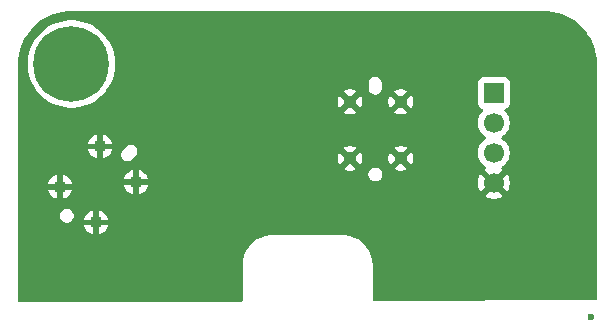
<source format=gbr>
%TF.GenerationSoftware,KiCad,Pcbnew,9.0.6*%
%TF.CreationDate,2025-11-25T22:26:26+08:00*%
%TF.ProjectId,gerber,67657262-6572-42e6-9b69-6361645f7063,rev?*%
%TF.SameCoordinates,Original*%
%TF.FileFunction,Copper,L2,Bot*%
%TF.FilePolarity,Positive*%
%FSLAX46Y46*%
G04 Gerber Fmt 4.6, Leading zero omitted, Abs format (unit mm)*
G04 Created by KiCad (PCBNEW 9.0.6) date 2025-11-25 22:26:26*
%MOMM*%
%LPD*%
G01*
G04 APERTURE LIST*
%TA.AperFunction,ComponentPad*%
%ADD10R,1.700000X1.700000*%
%TD*%
%TA.AperFunction,ComponentPad*%
%ADD11C,1.700000*%
%TD*%
%TA.AperFunction,HeatsinkPad*%
%ADD12C,1.100000*%
%TD*%
%TA.AperFunction,ComponentPad*%
%ADD13C,6.400000*%
%TD*%
%TA.AperFunction,ViaPad*%
%ADD14C,0.600000*%
%TD*%
G04 APERTURE END LIST*
D10*
%TO.P,J2,1,Pin_1*%
%TO.N,unconnected-(J2-Pin_1-Pad1)*%
X140770000Y-107440000D03*
D11*
%TO.P,J2,2,Pin_2*%
%TO.N,Net-(J2-Pin_2)*%
X140770000Y-109980000D03*
%TO.P,J2,3,Pin_3*%
%TO.N,Net-(J2-Pin_3)*%
X140770000Y-112520000D03*
%TO.P,J2,4,Pin_4*%
%TO.N,GND*%
X140770000Y-115060000D03*
%TD*%
D12*
%TO.P,J1,S1,SHIELD*%
%TO.N,GND*%
X128590000Y-113000000D03*
X132890000Y-113000000D03*
X128590000Y-108200000D03*
X132890000Y-108200000D03*
%TD*%
%TO.P,J3,S1,SHIELD*%
%TO.N,GND*%
X104042664Y-115376777D03*
X107083223Y-118417336D03*
X107436777Y-111982664D03*
X110477336Y-115023223D03*
%TD*%
D13*
%TO.P,H2,1,1*%
%TO.N,unconnected-(H2-Pad1)*%
X105000000Y-105000000D03*
%TD*%
D14*
%TO.N,*%
X149010000Y-126390000D03*
%TO.N,GND*%
X148980000Y-123810000D03*
%TD*%
%TA.AperFunction,Conductor*%
%TO.N,GND*%
G36*
X145002702Y-100500617D02*
G01*
X145386771Y-100517386D01*
X145397506Y-100518326D01*
X145775971Y-100568152D01*
X145786597Y-100570025D01*
X146159284Y-100652648D01*
X146169710Y-100655442D01*
X146533765Y-100770227D01*
X146543911Y-100773920D01*
X146896578Y-100920000D01*
X146906369Y-100924566D01*
X147244942Y-101100816D01*
X147254310Y-101106224D01*
X147576244Y-101311318D01*
X147585105Y-101317523D01*
X147887930Y-101549889D01*
X147896217Y-101556843D01*
X148177635Y-101814715D01*
X148185284Y-101822364D01*
X148443156Y-102103782D01*
X148450110Y-102112069D01*
X148682476Y-102414894D01*
X148688681Y-102423755D01*
X148893775Y-102745689D01*
X148899183Y-102755057D01*
X149075430Y-103093623D01*
X149080002Y-103103427D01*
X149226075Y-103456078D01*
X149229775Y-103466244D01*
X149344554Y-103830278D01*
X149347354Y-103840727D01*
X149429971Y-104213389D01*
X149431849Y-104224042D01*
X149481671Y-104602473D01*
X149482614Y-104613249D01*
X149499382Y-104997297D01*
X149499500Y-105002706D01*
X149499500Y-124891874D01*
X149479815Y-124958913D01*
X149427011Y-125004668D01*
X149375895Y-125015873D01*
X130624895Y-125075612D01*
X130557793Y-125056141D01*
X130511870Y-125003484D01*
X130500500Y-124951613D01*
X130500500Y-121848745D01*
X130492235Y-121780680D01*
X130464037Y-121548449D01*
X130391643Y-121254734D01*
X130391642Y-121254731D01*
X130391641Y-121254727D01*
X130284371Y-120971882D01*
X130143793Y-120704035D01*
X130143787Y-120704026D01*
X129971952Y-120455078D01*
X129971947Y-120455072D01*
X129771353Y-120228648D01*
X129771351Y-120228646D01*
X129544927Y-120028052D01*
X129544921Y-120028047D01*
X129295973Y-119856212D01*
X129295964Y-119856206D01*
X129028117Y-119715628D01*
X128745272Y-119608358D01*
X128629820Y-119579902D01*
X128451551Y-119535963D01*
X128271371Y-119514085D01*
X128151254Y-119499500D01*
X128151252Y-119499500D01*
X128065892Y-119499500D01*
X122065892Y-119499500D01*
X122000000Y-119499500D01*
X121848748Y-119499500D01*
X121848746Y-119499500D01*
X121698598Y-119517731D01*
X121548449Y-119535963D01*
X121429602Y-119565255D01*
X121254727Y-119608358D01*
X120971882Y-119715628D01*
X120704035Y-119856206D01*
X120704026Y-119856212D01*
X120455078Y-120028047D01*
X120455072Y-120028052D01*
X120228648Y-120228646D01*
X120228646Y-120228648D01*
X120028052Y-120455072D01*
X120028047Y-120455078D01*
X119856212Y-120704026D01*
X119856206Y-120704035D01*
X119715628Y-120971882D01*
X119608358Y-121254727D01*
X119578200Y-121377085D01*
X119535963Y-121548449D01*
X119521377Y-121668568D01*
X119499500Y-121848745D01*
X119499500Y-124987452D01*
X119479815Y-125054491D01*
X119427011Y-125100246D01*
X119375895Y-125111451D01*
X100624895Y-125171190D01*
X100557793Y-125151719D01*
X100511870Y-125099062D01*
X100500500Y-125047191D01*
X100500500Y-118667336D01*
X106062380Y-118667336D01*
X106073573Y-118723610D01*
X106073574Y-118723612D01*
X106152723Y-118914694D01*
X106152728Y-118914704D01*
X106267633Y-119086671D01*
X106267636Y-119086675D01*
X106413883Y-119232922D01*
X106413887Y-119232925D01*
X106585854Y-119347830D01*
X106585864Y-119347835D01*
X106776946Y-119426984D01*
X106776948Y-119426985D01*
X106833223Y-119438178D01*
X107333223Y-119438178D01*
X107389497Y-119426985D01*
X107389499Y-119426984D01*
X107580581Y-119347835D01*
X107580591Y-119347830D01*
X107752558Y-119232925D01*
X107752562Y-119232922D01*
X107898809Y-119086675D01*
X107898812Y-119086671D01*
X108013717Y-118914704D01*
X108013722Y-118914694D01*
X108092871Y-118723612D01*
X108092872Y-118723610D01*
X108104066Y-118667336D01*
X107333223Y-118667336D01*
X107333223Y-119438178D01*
X106833223Y-119438178D01*
X106833223Y-118667336D01*
X106062380Y-118667336D01*
X100500500Y-118667336D01*
X100500500Y-117775226D01*
X104027850Y-117775226D01*
X104027850Y-117928074D01*
X104067410Y-118075715D01*
X104143834Y-118208085D01*
X104251915Y-118316166D01*
X104384285Y-118392590D01*
X104531926Y-118432150D01*
X104531928Y-118432150D01*
X104684772Y-118432150D01*
X104684774Y-118432150D01*
X104832415Y-118392590D01*
X104869363Y-118371258D01*
X106733223Y-118371258D01*
X106733223Y-118463414D01*
X106757075Y-118552431D01*
X106803153Y-118632241D01*
X106868318Y-118697406D01*
X106948128Y-118743484D01*
X107037145Y-118767336D01*
X107129301Y-118767336D01*
X107218318Y-118743484D01*
X107298128Y-118697406D01*
X107363293Y-118632241D01*
X107409371Y-118552431D01*
X107433223Y-118463414D01*
X107433223Y-118371258D01*
X107409371Y-118282241D01*
X107363293Y-118202431D01*
X107328198Y-118167336D01*
X107333223Y-118167336D01*
X108104066Y-118167336D01*
X108092872Y-118111061D01*
X108092871Y-118111059D01*
X108013722Y-117919977D01*
X108013717Y-117919967D01*
X107898812Y-117748000D01*
X107898809Y-117747996D01*
X107752562Y-117601749D01*
X107752558Y-117601746D01*
X107580591Y-117486841D01*
X107580581Y-117486836D01*
X107389495Y-117407685D01*
X107389490Y-117407683D01*
X107333223Y-117396491D01*
X107333223Y-118167336D01*
X107328198Y-118167336D01*
X107298128Y-118137266D01*
X107218318Y-118091188D01*
X107129301Y-118067336D01*
X107037145Y-118067336D01*
X106948128Y-118091188D01*
X106868318Y-118137266D01*
X106803153Y-118202431D01*
X106757075Y-118282241D01*
X106733223Y-118371258D01*
X104869363Y-118371258D01*
X104964785Y-118316166D01*
X105072866Y-118208085D01*
X105096392Y-118167336D01*
X106062380Y-118167336D01*
X106833223Y-118167336D01*
X106833223Y-117396492D01*
X106833222Y-117396491D01*
X106776955Y-117407683D01*
X106776950Y-117407685D01*
X106585864Y-117486836D01*
X106585854Y-117486841D01*
X106413887Y-117601746D01*
X106413883Y-117601749D01*
X106267636Y-117747996D01*
X106267633Y-117748000D01*
X106152728Y-117919967D01*
X106152723Y-117919977D01*
X106073574Y-118111059D01*
X106073573Y-118111061D01*
X106062380Y-118167336D01*
X105096392Y-118167336D01*
X105149290Y-118075715D01*
X105188850Y-117928074D01*
X105188850Y-117775226D01*
X105149290Y-117627585D01*
X105072866Y-117495215D01*
X104964785Y-117387134D01*
X104832415Y-117310710D01*
X104684774Y-117271150D01*
X104531926Y-117271150D01*
X104384285Y-117310710D01*
X104384282Y-117310711D01*
X104251918Y-117387132D01*
X104251912Y-117387136D01*
X104143836Y-117495212D01*
X104143832Y-117495218D01*
X104067411Y-117627582D01*
X104067410Y-117627585D01*
X104027850Y-117775226D01*
X100500500Y-117775226D01*
X100500500Y-115626777D01*
X103021821Y-115626777D01*
X103033014Y-115683051D01*
X103033015Y-115683053D01*
X103112164Y-115874135D01*
X103112169Y-115874145D01*
X103227074Y-116046112D01*
X103227077Y-116046116D01*
X103373324Y-116192363D01*
X103373328Y-116192366D01*
X103545295Y-116307271D01*
X103545305Y-116307276D01*
X103736387Y-116386425D01*
X103736389Y-116386426D01*
X103792664Y-116397619D01*
X104292664Y-116397619D01*
X104348938Y-116386426D01*
X104348940Y-116386425D01*
X104540022Y-116307276D01*
X104540032Y-116307271D01*
X104711999Y-116192366D01*
X104712003Y-116192363D01*
X104858250Y-116046116D01*
X104858253Y-116046112D01*
X104973158Y-115874145D01*
X104973163Y-115874135D01*
X105052312Y-115683053D01*
X105052313Y-115683051D01*
X105063507Y-115626777D01*
X104292664Y-115626777D01*
X104292664Y-116397619D01*
X103792664Y-116397619D01*
X103792664Y-115626777D01*
X103021821Y-115626777D01*
X100500500Y-115626777D01*
X100500500Y-115330699D01*
X103692664Y-115330699D01*
X103692664Y-115422855D01*
X103716516Y-115511872D01*
X103762594Y-115591682D01*
X103827759Y-115656847D01*
X103907569Y-115702925D01*
X103996586Y-115726777D01*
X104088742Y-115726777D01*
X104177759Y-115702925D01*
X104257569Y-115656847D01*
X104322734Y-115591682D01*
X104368812Y-115511872D01*
X104392664Y-115422855D01*
X104392664Y-115330699D01*
X104377263Y-115273223D01*
X109456493Y-115273223D01*
X109467686Y-115329497D01*
X109467687Y-115329499D01*
X109546836Y-115520581D01*
X109546841Y-115520591D01*
X109661746Y-115692558D01*
X109661749Y-115692562D01*
X109807996Y-115838809D01*
X109808000Y-115838812D01*
X109979967Y-115953717D01*
X109979977Y-115953722D01*
X110171059Y-116032871D01*
X110171061Y-116032872D01*
X110227336Y-116044065D01*
X110727336Y-116044065D01*
X110783610Y-116032872D01*
X110783612Y-116032871D01*
X110830501Y-116013450D01*
X110974694Y-115953722D01*
X110974704Y-115953717D01*
X111146671Y-115838812D01*
X111146675Y-115838809D01*
X111292922Y-115692562D01*
X111292925Y-115692558D01*
X111407830Y-115520591D01*
X111407835Y-115520581D01*
X111486984Y-115329499D01*
X111486985Y-115329497D01*
X111498179Y-115273223D01*
X110727336Y-115273223D01*
X110727336Y-116044065D01*
X110227336Y-116044065D01*
X110227336Y-115273223D01*
X109456493Y-115273223D01*
X104377263Y-115273223D01*
X104368812Y-115241682D01*
X104322734Y-115161872D01*
X104287639Y-115126777D01*
X104292664Y-115126777D01*
X105063506Y-115126777D01*
X105052313Y-115070502D01*
X105052312Y-115070500D01*
X105013643Y-114977145D01*
X110127336Y-114977145D01*
X110127336Y-115069301D01*
X110151188Y-115158318D01*
X110197266Y-115238128D01*
X110262431Y-115303293D01*
X110342241Y-115349371D01*
X110431258Y-115373223D01*
X110523414Y-115373223D01*
X110612431Y-115349371D01*
X110692241Y-115303293D01*
X110757406Y-115238128D01*
X110803484Y-115158318D01*
X110827336Y-115069301D01*
X110827336Y-114977145D01*
X110803484Y-114888128D01*
X110757406Y-114808318D01*
X110722311Y-114773223D01*
X110727336Y-114773223D01*
X111498179Y-114773223D01*
X111486985Y-114716948D01*
X111486984Y-114716946D01*
X111407835Y-114525864D01*
X111407830Y-114525854D01*
X111292925Y-114353887D01*
X111292922Y-114353883D01*
X111212615Y-114273576D01*
X130159500Y-114273576D01*
X130159500Y-114426424D01*
X130199060Y-114574065D01*
X130275484Y-114706435D01*
X130383565Y-114814516D01*
X130515935Y-114890940D01*
X130663576Y-114930500D01*
X130663578Y-114930500D01*
X130816422Y-114930500D01*
X130816424Y-114930500D01*
X130964065Y-114890940D01*
X131096435Y-114814516D01*
X131204516Y-114706435D01*
X131280940Y-114574065D01*
X131320500Y-114426424D01*
X131320500Y-114273576D01*
X131280940Y-114125935D01*
X131204516Y-113993565D01*
X131109571Y-113898620D01*
X132344931Y-113898620D01*
X132344932Y-113898621D01*
X132392633Y-113930495D01*
X132392639Y-113930498D01*
X132583725Y-114009649D01*
X132583733Y-114009651D01*
X132786579Y-114049999D01*
X132786583Y-114050000D01*
X132993417Y-114050000D01*
X132993420Y-114049999D01*
X133196266Y-114009651D01*
X133196274Y-114009649D01*
X133387366Y-113930495D01*
X133435066Y-113898621D01*
X133435067Y-113898620D01*
X132890001Y-113353554D01*
X132890000Y-113353554D01*
X132344931Y-113898620D01*
X131109571Y-113898620D01*
X131096435Y-113885484D01*
X130964065Y-113809060D01*
X130816424Y-113769500D01*
X130663576Y-113769500D01*
X130515935Y-113809060D01*
X130515932Y-113809061D01*
X130383568Y-113885482D01*
X130383562Y-113885486D01*
X130275486Y-113993562D01*
X130275482Y-113993568D01*
X130199061Y-114125932D01*
X130199060Y-114125935D01*
X130159500Y-114273576D01*
X111212615Y-114273576D01*
X111146675Y-114207636D01*
X111146671Y-114207633D01*
X110974704Y-114092728D01*
X110974694Y-114092723D01*
X110783608Y-114013572D01*
X110783603Y-114013570D01*
X110727336Y-114002378D01*
X110727336Y-114773223D01*
X110722311Y-114773223D01*
X110692241Y-114743153D01*
X110612431Y-114697075D01*
X110523414Y-114673223D01*
X110431258Y-114673223D01*
X110342241Y-114697075D01*
X110262431Y-114743153D01*
X110197266Y-114808318D01*
X110151188Y-114888128D01*
X110127336Y-114977145D01*
X105013643Y-114977145D01*
X104973163Y-114879418D01*
X104973158Y-114879408D01*
X104970510Y-114875445D01*
X104902207Y-114773223D01*
X109456493Y-114773223D01*
X110227336Y-114773223D01*
X110227336Y-114002379D01*
X110227335Y-114002378D01*
X110171068Y-114013570D01*
X110171063Y-114013572D01*
X109979977Y-114092723D01*
X109979967Y-114092728D01*
X109808000Y-114207633D01*
X109807996Y-114207636D01*
X109661749Y-114353883D01*
X109661746Y-114353887D01*
X109546841Y-114525854D01*
X109546836Y-114525864D01*
X109467687Y-114716946D01*
X109467686Y-114716948D01*
X109456493Y-114773223D01*
X104902207Y-114773223D01*
X104858253Y-114707441D01*
X104858250Y-114707437D01*
X104712003Y-114561190D01*
X104711999Y-114561187D01*
X104540032Y-114446282D01*
X104540022Y-114446277D01*
X104348936Y-114367126D01*
X104348931Y-114367124D01*
X104292664Y-114355932D01*
X104292664Y-115126777D01*
X104287639Y-115126777D01*
X104257569Y-115096707D01*
X104177759Y-115050629D01*
X104088742Y-115026777D01*
X103996586Y-115026777D01*
X103907569Y-115050629D01*
X103827759Y-115096707D01*
X103762594Y-115161872D01*
X103716516Y-115241682D01*
X103692664Y-115330699D01*
X100500500Y-115330699D01*
X100500500Y-115126777D01*
X103021821Y-115126777D01*
X103792664Y-115126777D01*
X103792664Y-114355933D01*
X103792663Y-114355932D01*
X103736396Y-114367124D01*
X103736391Y-114367126D01*
X103545305Y-114446277D01*
X103545295Y-114446282D01*
X103373328Y-114561187D01*
X103373324Y-114561190D01*
X103227077Y-114707437D01*
X103227074Y-114707441D01*
X103112169Y-114879408D01*
X103112164Y-114879418D01*
X103033015Y-115070500D01*
X103033014Y-115070502D01*
X103021821Y-115126777D01*
X100500500Y-115126777D01*
X100500500Y-113898620D01*
X128044931Y-113898620D01*
X128044932Y-113898621D01*
X128092633Y-113930495D01*
X128092639Y-113930498D01*
X128283725Y-114009649D01*
X128283733Y-114009651D01*
X128486579Y-114049999D01*
X128486583Y-114050000D01*
X128693417Y-114050000D01*
X128693420Y-114049999D01*
X128896266Y-114009651D01*
X128896274Y-114009649D01*
X129087366Y-113930495D01*
X129135066Y-113898621D01*
X129135067Y-113898620D01*
X128590001Y-113353554D01*
X128590000Y-113353554D01*
X128044931Y-113898620D01*
X100500500Y-113898620D01*
X100500500Y-112232664D01*
X106415934Y-112232664D01*
X106427127Y-112288938D01*
X106427128Y-112288940D01*
X106506277Y-112480022D01*
X106506282Y-112480032D01*
X106621187Y-112651999D01*
X106621190Y-112652003D01*
X106767437Y-112798250D01*
X106767441Y-112798253D01*
X106939408Y-112913158D01*
X106939418Y-112913163D01*
X107130500Y-112992312D01*
X107130502Y-112992313D01*
X107186777Y-113003506D01*
X107686777Y-113003506D01*
X107743051Y-112992313D01*
X107743053Y-112992312D01*
X107934135Y-112913163D01*
X107934145Y-112913158D01*
X108106112Y-112798253D01*
X108106116Y-112798250D01*
X108252363Y-112652003D01*
X108252366Y-112651999D01*
X108269949Y-112625684D01*
X109222658Y-112625684D01*
X109222658Y-112768000D01*
X109257111Y-112896579D01*
X109259492Y-112905466D01*
X109259493Y-112905469D01*
X109330647Y-113028713D01*
X109330649Y-113028716D01*
X109330650Y-113028717D01*
X109431283Y-113129350D01*
X109431284Y-113129351D01*
X109431286Y-113129352D01*
X109492908Y-113164929D01*
X109554533Y-113200508D01*
X109692000Y-113237342D01*
X109692002Y-113237342D01*
X109834314Y-113237342D01*
X109834316Y-113237342D01*
X109971783Y-113200508D01*
X110095033Y-113129350D01*
X110327804Y-112896579D01*
X127540000Y-112896579D01*
X127540000Y-113103420D01*
X127580348Y-113306266D01*
X127580350Y-113306274D01*
X127659500Y-113497359D01*
X127691377Y-113545067D01*
X127691378Y-113545067D01*
X128236446Y-113000000D01*
X128190368Y-112953922D01*
X128240000Y-112953922D01*
X128240000Y-113046078D01*
X128263852Y-113135095D01*
X128309930Y-113214905D01*
X128375095Y-113280070D01*
X128454905Y-113326148D01*
X128543922Y-113350000D01*
X128636078Y-113350000D01*
X128725095Y-113326148D01*
X128804905Y-113280070D01*
X128870070Y-113214905D01*
X128916148Y-113135095D01*
X128940000Y-113046078D01*
X128940000Y-112999999D01*
X128943554Y-112999999D01*
X128943554Y-113000000D01*
X129488620Y-113545067D01*
X129488621Y-113545066D01*
X129520495Y-113497366D01*
X129599649Y-113306274D01*
X129599651Y-113306266D01*
X129639999Y-113103420D01*
X129640000Y-113103417D01*
X129640000Y-112896583D01*
X129639999Y-112896579D01*
X131840000Y-112896579D01*
X131840000Y-113103420D01*
X131880348Y-113306266D01*
X131880350Y-113306274D01*
X131959500Y-113497359D01*
X131991377Y-113545067D01*
X131991378Y-113545067D01*
X132536446Y-113000000D01*
X132490368Y-112953922D01*
X132540000Y-112953922D01*
X132540000Y-113046078D01*
X132563852Y-113135095D01*
X132609930Y-113214905D01*
X132675095Y-113280070D01*
X132754905Y-113326148D01*
X132843922Y-113350000D01*
X132936078Y-113350000D01*
X133025095Y-113326148D01*
X133104905Y-113280070D01*
X133170070Y-113214905D01*
X133216148Y-113135095D01*
X133240000Y-113046078D01*
X133240000Y-112999999D01*
X133243554Y-112999999D01*
X133243554Y-113000001D01*
X133788620Y-113545067D01*
X133788621Y-113545066D01*
X133820495Y-113497366D01*
X133899649Y-113306274D01*
X133899651Y-113306266D01*
X133939999Y-113103420D01*
X133940000Y-113103417D01*
X133940000Y-112896583D01*
X133939999Y-112896579D01*
X133899651Y-112693733D01*
X133899649Y-112693725D01*
X133820498Y-112502639D01*
X133820495Y-112502633D01*
X133788621Y-112454932D01*
X133788620Y-112454931D01*
X133243554Y-112999999D01*
X133240000Y-112999999D01*
X133240000Y-112953922D01*
X133216148Y-112864905D01*
X133170070Y-112785095D01*
X133104905Y-112719930D01*
X133025095Y-112673852D01*
X132936078Y-112650000D01*
X132843922Y-112650000D01*
X132754905Y-112673852D01*
X132675095Y-112719930D01*
X132609930Y-112785095D01*
X132563852Y-112864905D01*
X132540000Y-112953922D01*
X132490368Y-112953922D01*
X131991378Y-112454932D01*
X131991377Y-112454932D01*
X131959505Y-112502631D01*
X131959500Y-112502641D01*
X131880350Y-112693725D01*
X131880348Y-112693733D01*
X131840000Y-112896579D01*
X129639999Y-112896579D01*
X129599651Y-112693733D01*
X129599649Y-112693725D01*
X129520498Y-112502639D01*
X129520495Y-112502633D01*
X129488621Y-112454932D01*
X129488620Y-112454931D01*
X128943554Y-112999999D01*
X128940000Y-112999999D01*
X128940000Y-112953922D01*
X128916148Y-112864905D01*
X128870070Y-112785095D01*
X128804905Y-112719930D01*
X128725095Y-112673852D01*
X128636078Y-112650000D01*
X128543922Y-112650000D01*
X128454905Y-112673852D01*
X128375095Y-112719930D01*
X128309930Y-112785095D01*
X128263852Y-112864905D01*
X128240000Y-112953922D01*
X128190368Y-112953922D01*
X127691378Y-112454932D01*
X127691377Y-112454932D01*
X127659505Y-112502631D01*
X127659500Y-112502641D01*
X127580350Y-112693725D01*
X127580348Y-112693733D01*
X127540000Y-112896579D01*
X110327804Y-112896579D01*
X110492650Y-112731733D01*
X110563808Y-112608483D01*
X110600643Y-112471016D01*
X110600643Y-112328700D01*
X110563808Y-112191232D01*
X110521388Y-112117759D01*
X110511930Y-112101377D01*
X128044932Y-112101377D01*
X128044932Y-112101378D01*
X128590000Y-112646446D01*
X128590001Y-112646446D01*
X129135067Y-112101378D01*
X129135067Y-112101377D01*
X132344932Y-112101377D01*
X132344932Y-112101378D01*
X132890000Y-112646446D01*
X132890001Y-112646446D01*
X133435067Y-112101378D01*
X133435067Y-112101377D01*
X133387359Y-112069500D01*
X133196274Y-111990350D01*
X133196266Y-111990348D01*
X132993420Y-111950000D01*
X132786579Y-111950000D01*
X132583733Y-111990348D01*
X132583725Y-111990350D01*
X132392641Y-112069500D01*
X132392631Y-112069505D01*
X132344932Y-112101377D01*
X129135067Y-112101377D01*
X129087359Y-112069500D01*
X128896274Y-111990350D01*
X128896266Y-111990348D01*
X128693420Y-111950000D01*
X128486579Y-111950000D01*
X128283733Y-111990348D01*
X128283725Y-111990350D01*
X128092641Y-112069500D01*
X128092631Y-112069505D01*
X128044932Y-112101377D01*
X110511930Y-112101377D01*
X110492652Y-112067986D01*
X110492647Y-112067980D01*
X110392019Y-111967352D01*
X110392013Y-111967347D01*
X110268771Y-111896193D01*
X110268772Y-111896193D01*
X110257497Y-111893172D01*
X110131300Y-111859357D01*
X109988984Y-111859357D01*
X109920250Y-111877774D01*
X109851515Y-111896192D01*
X109851514Y-111896193D01*
X109728270Y-111967347D01*
X109728265Y-111967351D01*
X109330651Y-112364965D01*
X109330647Y-112364970D01*
X109259493Y-112488214D01*
X109259492Y-112488217D01*
X109222658Y-112625684D01*
X108269949Y-112625684D01*
X108321412Y-112548666D01*
X108367271Y-112480032D01*
X108367276Y-112480022D01*
X108446425Y-112288940D01*
X108446426Y-112288938D01*
X108457620Y-112232664D01*
X107686777Y-112232664D01*
X107686777Y-113003506D01*
X107186777Y-113003506D01*
X107186777Y-112232664D01*
X106415934Y-112232664D01*
X100500500Y-112232664D01*
X100500500Y-111936586D01*
X107086777Y-111936586D01*
X107086777Y-112028742D01*
X107110629Y-112117759D01*
X107156707Y-112197569D01*
X107221872Y-112262734D01*
X107301682Y-112308812D01*
X107390699Y-112332664D01*
X107482855Y-112332664D01*
X107571872Y-112308812D01*
X107651682Y-112262734D01*
X107716847Y-112197569D01*
X107762925Y-112117759D01*
X107786777Y-112028742D01*
X107786777Y-111936586D01*
X107762925Y-111847569D01*
X107716847Y-111767759D01*
X107681752Y-111732664D01*
X107686777Y-111732664D01*
X108457620Y-111732664D01*
X108446426Y-111676389D01*
X108446425Y-111676387D01*
X108367276Y-111485305D01*
X108367271Y-111485295D01*
X108252366Y-111313328D01*
X108252363Y-111313324D01*
X108106116Y-111167077D01*
X108106112Y-111167074D01*
X107934145Y-111052169D01*
X107934135Y-111052164D01*
X107743049Y-110973013D01*
X107743044Y-110973011D01*
X107686777Y-110961819D01*
X107686777Y-111732664D01*
X107681752Y-111732664D01*
X107651682Y-111702594D01*
X107571872Y-111656516D01*
X107482855Y-111632664D01*
X107390699Y-111632664D01*
X107301682Y-111656516D01*
X107221872Y-111702594D01*
X107156707Y-111767759D01*
X107110629Y-111847569D01*
X107086777Y-111936586D01*
X100500500Y-111936586D01*
X100500500Y-111732664D01*
X106415934Y-111732664D01*
X107186777Y-111732664D01*
X107186777Y-110961820D01*
X107186776Y-110961819D01*
X107130509Y-110973011D01*
X107130504Y-110973013D01*
X106939418Y-111052164D01*
X106939408Y-111052169D01*
X106767441Y-111167074D01*
X106767437Y-111167077D01*
X106621190Y-111313324D01*
X106621187Y-111313328D01*
X106506282Y-111485295D01*
X106506277Y-111485305D01*
X106427128Y-111676387D01*
X106427127Y-111676389D01*
X106415934Y-111732664D01*
X100500500Y-111732664D01*
X100500500Y-109098620D01*
X128044931Y-109098620D01*
X128044932Y-109098621D01*
X128092633Y-109130495D01*
X128092639Y-109130498D01*
X128283725Y-109209649D01*
X128283733Y-109209651D01*
X128486579Y-109249999D01*
X128486583Y-109250000D01*
X128693417Y-109250000D01*
X128693420Y-109249999D01*
X128896266Y-109209651D01*
X128896274Y-109209649D01*
X129087366Y-109130495D01*
X129135066Y-109098621D01*
X129135067Y-109098620D01*
X132344931Y-109098620D01*
X132344932Y-109098621D01*
X132392633Y-109130495D01*
X132392639Y-109130498D01*
X132583725Y-109209649D01*
X132583733Y-109209651D01*
X132786579Y-109249999D01*
X132786583Y-109250000D01*
X132993417Y-109250000D01*
X132993420Y-109249999D01*
X133196266Y-109209651D01*
X133196274Y-109209649D01*
X133387366Y-109130495D01*
X133435066Y-109098621D01*
X133435067Y-109098620D01*
X132890001Y-108553554D01*
X132890000Y-108553554D01*
X132344931Y-109098620D01*
X129135067Y-109098620D01*
X128590001Y-108553554D01*
X128590000Y-108553554D01*
X128044931Y-109098620D01*
X100500500Y-109098620D01*
X100500500Y-105002706D01*
X100500618Y-104997297D01*
X100508437Y-104818209D01*
X101299500Y-104818209D01*
X101299500Y-105181790D01*
X101335137Y-105543630D01*
X101406064Y-105900212D01*
X101406067Y-105900223D01*
X101511614Y-106248165D01*
X101650754Y-106584078D01*
X101650756Y-106584083D01*
X101822140Y-106904720D01*
X101822151Y-106904738D01*
X102024140Y-107207035D01*
X102024150Y-107207049D01*
X102254807Y-107488106D01*
X102511893Y-107745192D01*
X102511898Y-107745196D01*
X102511899Y-107745197D01*
X102792956Y-107975854D01*
X103095268Y-108177853D01*
X103095277Y-108177858D01*
X103095279Y-108177859D01*
X103415916Y-108349243D01*
X103415918Y-108349243D01*
X103415924Y-108349247D01*
X103751836Y-108488386D01*
X104099767Y-108593930D01*
X104099773Y-108593931D01*
X104099776Y-108593932D01*
X104099787Y-108593935D01*
X104456369Y-108664862D01*
X104818206Y-108700500D01*
X104818209Y-108700500D01*
X105181791Y-108700500D01*
X105181794Y-108700500D01*
X105543631Y-108664862D01*
X105630695Y-108647544D01*
X105900212Y-108593935D01*
X105900223Y-108593932D01*
X105900223Y-108593931D01*
X105900233Y-108593930D01*
X106248164Y-108488386D01*
X106584076Y-108349247D01*
X106904732Y-108177853D01*
X107026367Y-108096579D01*
X127540000Y-108096579D01*
X127540000Y-108303420D01*
X127580348Y-108506266D01*
X127580350Y-108506274D01*
X127659500Y-108697359D01*
X127691377Y-108745067D01*
X127691378Y-108745067D01*
X128236446Y-108200000D01*
X128190368Y-108153922D01*
X128240000Y-108153922D01*
X128240000Y-108246078D01*
X128263852Y-108335095D01*
X128309930Y-108414905D01*
X128375095Y-108480070D01*
X128454905Y-108526148D01*
X128543922Y-108550000D01*
X128636078Y-108550000D01*
X128725095Y-108526148D01*
X128804905Y-108480070D01*
X128870070Y-108414905D01*
X128916148Y-108335095D01*
X128940000Y-108246078D01*
X128940000Y-108199999D01*
X128943554Y-108199999D01*
X128943554Y-108200000D01*
X129488620Y-108745067D01*
X129488621Y-108745066D01*
X129520495Y-108697366D01*
X129599649Y-108506274D01*
X129599651Y-108506266D01*
X129639999Y-108303420D01*
X129640000Y-108303417D01*
X129640000Y-108096583D01*
X129639999Y-108096579D01*
X131840000Y-108096579D01*
X131840000Y-108303420D01*
X131880348Y-108506266D01*
X131880350Y-108506274D01*
X131959500Y-108697359D01*
X131991377Y-108745067D01*
X131991378Y-108745067D01*
X132536446Y-108200000D01*
X132490368Y-108153922D01*
X132540000Y-108153922D01*
X132540000Y-108246078D01*
X132563852Y-108335095D01*
X132609930Y-108414905D01*
X132675095Y-108480070D01*
X132754905Y-108526148D01*
X132843922Y-108550000D01*
X132936078Y-108550000D01*
X133025095Y-108526148D01*
X133104905Y-108480070D01*
X133170070Y-108414905D01*
X133216148Y-108335095D01*
X133240000Y-108246078D01*
X133240000Y-108199999D01*
X133243554Y-108199999D01*
X133243554Y-108200001D01*
X133788620Y-108745067D01*
X133788621Y-108745066D01*
X133820495Y-108697366D01*
X133899649Y-108506274D01*
X133899651Y-108506266D01*
X133939999Y-108303420D01*
X133940000Y-108303417D01*
X133940000Y-108096583D01*
X133939999Y-108096579D01*
X133899651Y-107893733D01*
X133899649Y-107893725D01*
X133820498Y-107702639D01*
X133820495Y-107702633D01*
X133788621Y-107654932D01*
X133788620Y-107654931D01*
X133243554Y-108199999D01*
X133240000Y-108199999D01*
X133240000Y-108153922D01*
X133216148Y-108064905D01*
X133170070Y-107985095D01*
X133104905Y-107919930D01*
X133025095Y-107873852D01*
X132936078Y-107850000D01*
X132843922Y-107850000D01*
X132754905Y-107873852D01*
X132675095Y-107919930D01*
X132609930Y-107985095D01*
X132563852Y-108064905D01*
X132540000Y-108153922D01*
X132490368Y-108153922D01*
X131991378Y-107654932D01*
X131991377Y-107654932D01*
X131959505Y-107702631D01*
X131959500Y-107702641D01*
X131880350Y-107893725D01*
X131880348Y-107893733D01*
X131840000Y-108096579D01*
X129639999Y-108096579D01*
X129599651Y-107893733D01*
X129599649Y-107893725D01*
X129520498Y-107702639D01*
X129520495Y-107702633D01*
X129488621Y-107654932D01*
X129488620Y-107654931D01*
X128943554Y-108199999D01*
X128940000Y-108199999D01*
X128940000Y-108153922D01*
X128916148Y-108064905D01*
X128870070Y-107985095D01*
X128804905Y-107919930D01*
X128725095Y-107873852D01*
X128636078Y-107850000D01*
X128543922Y-107850000D01*
X128454905Y-107873852D01*
X128375095Y-107919930D01*
X128309930Y-107985095D01*
X128263852Y-108064905D01*
X128240000Y-108153922D01*
X128190368Y-108153922D01*
X127691378Y-107654932D01*
X127691377Y-107654932D01*
X127659505Y-107702631D01*
X127659500Y-107702641D01*
X127580350Y-107893725D01*
X127580348Y-107893733D01*
X127540000Y-108096579D01*
X107026367Y-108096579D01*
X107207044Y-107975854D01*
X107488101Y-107745197D01*
X107745197Y-107488101D01*
X107898437Y-107301377D01*
X128044932Y-107301377D01*
X128044932Y-107301378D01*
X128590000Y-107846446D01*
X128590001Y-107846446D01*
X129135067Y-107301378D01*
X129135067Y-107301377D01*
X129087359Y-107269500D01*
X128896274Y-107190350D01*
X128896266Y-107190348D01*
X128693420Y-107150000D01*
X128486579Y-107150000D01*
X128283733Y-107190348D01*
X128283725Y-107190350D01*
X128092641Y-107269500D01*
X128092631Y-107269505D01*
X128044932Y-107301377D01*
X107898437Y-107301377D01*
X107975854Y-107207044D01*
X108177853Y-106904732D01*
X108349247Y-106584076D01*
X108355557Y-106568842D01*
X130199500Y-106568842D01*
X130199500Y-107131158D01*
X130219834Y-107207044D01*
X130236334Y-107268624D01*
X130236335Y-107268627D01*
X130307489Y-107391871D01*
X130307491Y-107391874D01*
X130307492Y-107391875D01*
X130408125Y-107492508D01*
X130531375Y-107563666D01*
X130668842Y-107600500D01*
X130668844Y-107600500D01*
X130811156Y-107600500D01*
X130811158Y-107600500D01*
X130948625Y-107563666D01*
X131071875Y-107492508D01*
X131172508Y-107391875D01*
X131224757Y-107301377D01*
X132344932Y-107301377D01*
X132344932Y-107301378D01*
X132890000Y-107846446D01*
X132890001Y-107846446D01*
X133435067Y-107301378D01*
X133435067Y-107301377D01*
X133387359Y-107269500D01*
X133196274Y-107190350D01*
X133196266Y-107190348D01*
X132993420Y-107150000D01*
X132786579Y-107150000D01*
X132583733Y-107190348D01*
X132583725Y-107190350D01*
X132392641Y-107269500D01*
X132392631Y-107269505D01*
X132344932Y-107301377D01*
X131224757Y-107301377D01*
X131243666Y-107268625D01*
X131280500Y-107131158D01*
X131280500Y-106568842D01*
X131273344Y-106542135D01*
X139419500Y-106542135D01*
X139419500Y-108337870D01*
X139419501Y-108337876D01*
X139425908Y-108397483D01*
X139476202Y-108532328D01*
X139476206Y-108532335D01*
X139562452Y-108647544D01*
X139562455Y-108647547D01*
X139677664Y-108733793D01*
X139677671Y-108733797D01*
X139809082Y-108782810D01*
X139865016Y-108824681D01*
X139889433Y-108890145D01*
X139874582Y-108958418D01*
X139853431Y-108986673D01*
X139739889Y-109100215D01*
X139614951Y-109272179D01*
X139518444Y-109461585D01*
X139452753Y-109663760D01*
X139419500Y-109873713D01*
X139419500Y-110086286D01*
X139452753Y-110296239D01*
X139518444Y-110498414D01*
X139614951Y-110687820D01*
X139739890Y-110859786D01*
X139890213Y-111010109D01*
X140062182Y-111135050D01*
X140070946Y-111139516D01*
X140121742Y-111187491D01*
X140138536Y-111255312D01*
X140115998Y-111321447D01*
X140070946Y-111360484D01*
X140062182Y-111364949D01*
X139890213Y-111489890D01*
X139739890Y-111640213D01*
X139614951Y-111812179D01*
X139518444Y-112001585D01*
X139452753Y-112203760D01*
X139432337Y-112332664D01*
X139419500Y-112413713D01*
X139419500Y-112626287D01*
X139452754Y-112836243D01*
X139515293Y-113028718D01*
X139518444Y-113038414D01*
X139614951Y-113227820D01*
X139739890Y-113399786D01*
X139890213Y-113550109D01*
X140062179Y-113675048D01*
X140062181Y-113675049D01*
X140062184Y-113675051D01*
X140071493Y-113679794D01*
X140122290Y-113727766D01*
X140139087Y-113795587D01*
X140116552Y-113861722D01*
X140071505Y-113900760D01*
X140062446Y-113905376D01*
X140062440Y-113905380D01*
X140008282Y-113944727D01*
X140008282Y-113944728D01*
X140640591Y-114577037D01*
X140577007Y-114594075D01*
X140462993Y-114659901D01*
X140369901Y-114752993D01*
X140304075Y-114867007D01*
X140287037Y-114930591D01*
X139654728Y-114298282D01*
X139654727Y-114298282D01*
X139615380Y-114352439D01*
X139518904Y-114541782D01*
X139453242Y-114743869D01*
X139453242Y-114743872D01*
X139420000Y-114953753D01*
X139420000Y-115166246D01*
X139453242Y-115376127D01*
X139453242Y-115376130D01*
X139518904Y-115578217D01*
X139615375Y-115767550D01*
X139654728Y-115821716D01*
X140287037Y-115189408D01*
X140304075Y-115252993D01*
X140369901Y-115367007D01*
X140462993Y-115460099D01*
X140577007Y-115525925D01*
X140640590Y-115542962D01*
X140008282Y-116175269D01*
X140008282Y-116175270D01*
X140062449Y-116214624D01*
X140251782Y-116311095D01*
X140453870Y-116376757D01*
X140663754Y-116410000D01*
X140876246Y-116410000D01*
X141086127Y-116376757D01*
X141086130Y-116376757D01*
X141288217Y-116311095D01*
X141477554Y-116214622D01*
X141531716Y-116175270D01*
X141531717Y-116175270D01*
X140899408Y-115542962D01*
X140962993Y-115525925D01*
X141077007Y-115460099D01*
X141170099Y-115367007D01*
X141235925Y-115252993D01*
X141252962Y-115189408D01*
X141885270Y-115821717D01*
X141885270Y-115821716D01*
X141924622Y-115767554D01*
X142021095Y-115578217D01*
X142086757Y-115376130D01*
X142086757Y-115376127D01*
X142120000Y-115166246D01*
X142120000Y-114953753D01*
X142086757Y-114743872D01*
X142086757Y-114743869D01*
X142021095Y-114541782D01*
X141924624Y-114352449D01*
X141885270Y-114298282D01*
X141885269Y-114298282D01*
X141252962Y-114930590D01*
X141235925Y-114867007D01*
X141170099Y-114752993D01*
X141077007Y-114659901D01*
X140962993Y-114594075D01*
X140899409Y-114577037D01*
X141531716Y-113944728D01*
X141477547Y-113905373D01*
X141477547Y-113905372D01*
X141468500Y-113900763D01*
X141417706Y-113852788D01*
X141400912Y-113784966D01*
X141423451Y-113718832D01*
X141468508Y-113679793D01*
X141477816Y-113675051D01*
X141557007Y-113617515D01*
X141649786Y-113550109D01*
X141649788Y-113550106D01*
X141649792Y-113550104D01*
X141800104Y-113399792D01*
X141800106Y-113399788D01*
X141800109Y-113399786D01*
X141925048Y-113227820D01*
X141925047Y-113227820D01*
X141925051Y-113227816D01*
X142021557Y-113038412D01*
X142087246Y-112836243D01*
X142120500Y-112626287D01*
X142120500Y-112413713D01*
X142087246Y-112203757D01*
X142021557Y-112001588D01*
X141925051Y-111812184D01*
X141925049Y-111812181D01*
X141925048Y-111812179D01*
X141800109Y-111640213D01*
X141649786Y-111489890D01*
X141477820Y-111364951D01*
X141477115Y-111364591D01*
X141469054Y-111360485D01*
X141418259Y-111312512D01*
X141401463Y-111244692D01*
X141423999Y-111178556D01*
X141469054Y-111139515D01*
X141477816Y-111135051D01*
X141499789Y-111119086D01*
X141649786Y-111010109D01*
X141649788Y-111010106D01*
X141649792Y-111010104D01*
X141800104Y-110859792D01*
X141800106Y-110859788D01*
X141800109Y-110859786D01*
X141925048Y-110687820D01*
X141925047Y-110687820D01*
X141925051Y-110687816D01*
X142021557Y-110498412D01*
X142087246Y-110296243D01*
X142120500Y-110086287D01*
X142120500Y-109873713D01*
X142087246Y-109663757D01*
X142021557Y-109461588D01*
X141925051Y-109272184D01*
X141925049Y-109272181D01*
X141925048Y-109272179D01*
X141800109Y-109100213D01*
X141686569Y-108986673D01*
X141653084Y-108925350D01*
X141658068Y-108855658D01*
X141699940Y-108799725D01*
X141730915Y-108782810D01*
X141862331Y-108733796D01*
X141977546Y-108647546D01*
X142063796Y-108532331D01*
X142114091Y-108397483D01*
X142120500Y-108337873D01*
X142120499Y-106542128D01*
X142114091Y-106482517D01*
X142095016Y-106431375D01*
X142063797Y-106347671D01*
X142063793Y-106347664D01*
X141977547Y-106232455D01*
X141977544Y-106232452D01*
X141862335Y-106146206D01*
X141862328Y-106146202D01*
X141727482Y-106095908D01*
X141727483Y-106095908D01*
X141667883Y-106089501D01*
X141667881Y-106089500D01*
X141667873Y-106089500D01*
X141667864Y-106089500D01*
X139872129Y-106089500D01*
X139872123Y-106089501D01*
X139812516Y-106095908D01*
X139677671Y-106146202D01*
X139677664Y-106146206D01*
X139562455Y-106232452D01*
X139562452Y-106232455D01*
X139476206Y-106347664D01*
X139476202Y-106347671D01*
X139425908Y-106482517D01*
X139422603Y-106513262D01*
X139419501Y-106542123D01*
X139419500Y-106542135D01*
X131273344Y-106542135D01*
X131243666Y-106431375D01*
X131172508Y-106308125D01*
X131071875Y-106207492D01*
X131071874Y-106207491D01*
X131071871Y-106207489D01*
X130948627Y-106136335D01*
X130948626Y-106136334D01*
X130948625Y-106136334D01*
X130811158Y-106099500D01*
X130668842Y-106099500D01*
X130531375Y-106136334D01*
X130531372Y-106136335D01*
X130408128Y-106207489D01*
X130408123Y-106207493D01*
X130307493Y-106308123D01*
X130307489Y-106308128D01*
X130236335Y-106431372D01*
X130236335Y-106431373D01*
X130236334Y-106431375D01*
X130199500Y-106568842D01*
X108355557Y-106568842D01*
X108488386Y-106248164D01*
X108593930Y-105900233D01*
X108593932Y-105900223D01*
X108593935Y-105900212D01*
X108664862Y-105543630D01*
X108700500Y-105181790D01*
X108700500Y-104818209D01*
X108680313Y-104613250D01*
X108664862Y-104456369D01*
X108593935Y-104099787D01*
X108593932Y-104099776D01*
X108593931Y-104099773D01*
X108593930Y-104099767D01*
X108488386Y-103751836D01*
X108349247Y-103415924D01*
X108177853Y-103095268D01*
X107975854Y-102792956D01*
X107745197Y-102511899D01*
X107745196Y-102511898D01*
X107745192Y-102511893D01*
X107488106Y-102254807D01*
X107207049Y-102024150D01*
X107207048Y-102024149D01*
X107207044Y-102024146D01*
X106904732Y-101822147D01*
X106904727Y-101822144D01*
X106904720Y-101822140D01*
X106584083Y-101650756D01*
X106584078Y-101650754D01*
X106248165Y-101511614D01*
X105900223Y-101406067D01*
X105900212Y-101406064D01*
X105543630Y-101335137D01*
X105271111Y-101308296D01*
X105181794Y-101299500D01*
X104818206Y-101299500D01*
X104735679Y-101307628D01*
X104456369Y-101335137D01*
X104099787Y-101406064D01*
X104099776Y-101406067D01*
X103751834Y-101511614D01*
X103415921Y-101650754D01*
X103415916Y-101650756D01*
X103095279Y-101822140D01*
X103095261Y-101822151D01*
X102792964Y-102024140D01*
X102792950Y-102024150D01*
X102511893Y-102254807D01*
X102254807Y-102511893D01*
X102024150Y-102792950D01*
X102024140Y-102792964D01*
X101822151Y-103095261D01*
X101822140Y-103095279D01*
X101650756Y-103415916D01*
X101650754Y-103415921D01*
X101511614Y-103751834D01*
X101406067Y-104099776D01*
X101406064Y-104099787D01*
X101335137Y-104456369D01*
X101299500Y-104818209D01*
X100508437Y-104818209D01*
X100508806Y-104809753D01*
X100508806Y-104809752D01*
X100517386Y-104613228D01*
X100518326Y-104602495D01*
X100568152Y-104224025D01*
X100570025Y-104213405D01*
X100652649Y-103840709D01*
X100655440Y-103830295D01*
X100770230Y-103466227D01*
X100773917Y-103456095D01*
X100920003Y-103103412D01*
X100924561Y-103093638D01*
X101100822Y-102755045D01*
X101106217Y-102745700D01*
X101311325Y-102423744D01*
X101317515Y-102414905D01*
X101549896Y-102112060D01*
X101556834Y-102103791D01*
X101814726Y-101822352D01*
X101822352Y-101814726D01*
X102103791Y-101556834D01*
X102112060Y-101549896D01*
X102414905Y-101317515D01*
X102423744Y-101311325D01*
X102745700Y-101106217D01*
X102755045Y-101100822D01*
X103093638Y-100924561D01*
X103103412Y-100920003D01*
X103456095Y-100773917D01*
X103466227Y-100770230D01*
X103830295Y-100655440D01*
X103840709Y-100652649D01*
X104213405Y-100570025D01*
X104224025Y-100568152D01*
X104602495Y-100518326D01*
X104613226Y-100517386D01*
X104997297Y-100500617D01*
X105002706Y-100500500D01*
X105065892Y-100500500D01*
X144934108Y-100500500D01*
X144997294Y-100500500D01*
X145002702Y-100500617D01*
G37*
%TD.AperFunction*%
%TD*%
M02*

</source>
